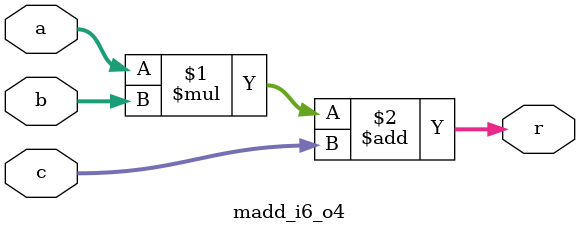
<source format=v>
module madd_i6_o4 (a, b, c, r);
input [1:0] a, b, c;
output [3:0] r;


assign r = (a * b) + c;

endmodule  

</source>
